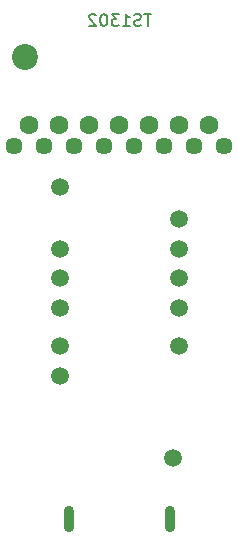
<source format=gbr>
%TF.GenerationSoftware,KiCad,Pcbnew,9.0.0+1*%
%TF.CreationDate,2025-04-22T18:14:48+02:00*%
%TF.ProjectId,ts13_dev_kit,74733133-5f64-4657-965f-6b69742e6b69,rev?*%
%TF.SameCoordinates,Original*%
%TF.FileFunction,Soldermask,Bot*%
%TF.FilePolarity,Negative*%
%FSLAX46Y46*%
G04 Gerber Fmt 4.6, Leading zero omitted, Abs format (unit mm)*
G04 Created by KiCad (PCBNEW 9.0.0+1) date 2025-04-22 18:14:48*
%MOMM*%
%LPD*%
G01*
G04 APERTURE LIST*
%ADD10C,0.150000*%
%ADD11O,0.850000X2.250000*%
%ADD12C,1.600000*%
%ADD13C,1.450000*%
%ADD14C,2.200000*%
%ADD15C,1.500000*%
G04 APERTURE END LIST*
D10*
X132666666Y-51869819D02*
X132095238Y-51869819D01*
X132380952Y-52869819D02*
X132380952Y-51869819D01*
X131809523Y-52822200D02*
X131666666Y-52869819D01*
X131666666Y-52869819D02*
X131428571Y-52869819D01*
X131428571Y-52869819D02*
X131333333Y-52822200D01*
X131333333Y-52822200D02*
X131285714Y-52774580D01*
X131285714Y-52774580D02*
X131238095Y-52679342D01*
X131238095Y-52679342D02*
X131238095Y-52584104D01*
X131238095Y-52584104D02*
X131285714Y-52488866D01*
X131285714Y-52488866D02*
X131333333Y-52441247D01*
X131333333Y-52441247D02*
X131428571Y-52393628D01*
X131428571Y-52393628D02*
X131619047Y-52346009D01*
X131619047Y-52346009D02*
X131714285Y-52298390D01*
X131714285Y-52298390D02*
X131761904Y-52250771D01*
X131761904Y-52250771D02*
X131809523Y-52155533D01*
X131809523Y-52155533D02*
X131809523Y-52060295D01*
X131809523Y-52060295D02*
X131761904Y-51965057D01*
X131761904Y-51965057D02*
X131714285Y-51917438D01*
X131714285Y-51917438D02*
X131619047Y-51869819D01*
X131619047Y-51869819D02*
X131380952Y-51869819D01*
X131380952Y-51869819D02*
X131238095Y-51917438D01*
X130285714Y-52869819D02*
X130857142Y-52869819D01*
X130571428Y-52869819D02*
X130571428Y-51869819D01*
X130571428Y-51869819D02*
X130666666Y-52012676D01*
X130666666Y-52012676D02*
X130761904Y-52107914D01*
X130761904Y-52107914D02*
X130857142Y-52155533D01*
X129952380Y-51869819D02*
X129333333Y-51869819D01*
X129333333Y-51869819D02*
X129666666Y-52250771D01*
X129666666Y-52250771D02*
X129523809Y-52250771D01*
X129523809Y-52250771D02*
X129428571Y-52298390D01*
X129428571Y-52298390D02*
X129380952Y-52346009D01*
X129380952Y-52346009D02*
X129333333Y-52441247D01*
X129333333Y-52441247D02*
X129333333Y-52679342D01*
X129333333Y-52679342D02*
X129380952Y-52774580D01*
X129380952Y-52774580D02*
X129428571Y-52822200D01*
X129428571Y-52822200D02*
X129523809Y-52869819D01*
X129523809Y-52869819D02*
X129809523Y-52869819D01*
X129809523Y-52869819D02*
X129904761Y-52822200D01*
X129904761Y-52822200D02*
X129952380Y-52774580D01*
X128714285Y-51869819D02*
X128619047Y-51869819D01*
X128619047Y-51869819D02*
X128523809Y-51917438D01*
X128523809Y-51917438D02*
X128476190Y-51965057D01*
X128476190Y-51965057D02*
X128428571Y-52060295D01*
X128428571Y-52060295D02*
X128380952Y-52250771D01*
X128380952Y-52250771D02*
X128380952Y-52488866D01*
X128380952Y-52488866D02*
X128428571Y-52679342D01*
X128428571Y-52679342D02*
X128476190Y-52774580D01*
X128476190Y-52774580D02*
X128523809Y-52822200D01*
X128523809Y-52822200D02*
X128619047Y-52869819D01*
X128619047Y-52869819D02*
X128714285Y-52869819D01*
X128714285Y-52869819D02*
X128809523Y-52822200D01*
X128809523Y-52822200D02*
X128857142Y-52774580D01*
X128857142Y-52774580D02*
X128904761Y-52679342D01*
X128904761Y-52679342D02*
X128952380Y-52488866D01*
X128952380Y-52488866D02*
X128952380Y-52250771D01*
X128952380Y-52250771D02*
X128904761Y-52060295D01*
X128904761Y-52060295D02*
X128857142Y-51965057D01*
X128857142Y-51965057D02*
X128809523Y-51917438D01*
X128809523Y-51917438D02*
X128714285Y-51869819D01*
X127999999Y-51965057D02*
X127952380Y-51917438D01*
X127952380Y-51917438D02*
X127857142Y-51869819D01*
X127857142Y-51869819D02*
X127619047Y-51869819D01*
X127619047Y-51869819D02*
X127523809Y-51917438D01*
X127523809Y-51917438D02*
X127476190Y-51965057D01*
X127476190Y-51965057D02*
X127428571Y-52060295D01*
X127428571Y-52060295D02*
X127428571Y-52155533D01*
X127428571Y-52155533D02*
X127476190Y-52298390D01*
X127476190Y-52298390D02*
X128047618Y-52869819D01*
X128047618Y-52869819D02*
X127428571Y-52869819D01*
D11*
%TO.C,J1*%
X125700000Y-94600000D03*
X134300000Y-94600000D03*
%TD*%
D12*
%TO.C,PAD3*%
X124900000Y-61250000D03*
%TD*%
D13*
%TO.C,H4*%
X136330000Y-63000000D03*
%TD*%
%TO.C,H1*%
X121090000Y-63000000D03*
%TD*%
D12*
%TO.C,PAD4*%
X135060000Y-61250000D03*
%TD*%
%TO.C,PAD6*%
X129980000Y-61250000D03*
%TD*%
%TO.C,PAD2*%
X137600000Y-61250000D03*
%TD*%
D13*
%TO.C,H6*%
X133790000Y-63000000D03*
%TD*%
%TO.C,H3*%
X126170000Y-63000000D03*
%TD*%
D12*
%TO.C,PAD1*%
X122360000Y-61250000D03*
%TD*%
D13*
%TO.C,H2*%
X123630000Y-63000000D03*
%TD*%
%TO.C,H5*%
X138870000Y-63000000D03*
%TD*%
D12*
%TO.C,PAD7*%
X127440000Y-61250000D03*
%TD*%
D13*
%TO.C,H8*%
X131250000Y-63000000D03*
%TD*%
D14*
%TO.C,H9*%
X122000000Y-55500000D03*
%TD*%
D12*
%TO.C,PAD5*%
X132520000Y-61250000D03*
%TD*%
D13*
%TO.C,H7*%
X128710000Y-63000000D03*
%TD*%
D15*
%TO.C,TP7*%
X125000000Y-74250000D03*
%TD*%
%TO.C,TP2*%
X135000000Y-76750000D03*
%TD*%
%TO.C,TP5*%
X135000000Y-71750000D03*
%TD*%
%TO.C,TP6*%
X135000000Y-69250000D03*
%TD*%
%TO.C,TP10*%
X125000000Y-66500000D03*
%TD*%
%TO.C,TP12*%
X125000000Y-80000000D03*
%TD*%
%TO.C,TP8*%
X125000000Y-76750000D03*
%TD*%
%TO.C,TP11*%
X125000000Y-82500000D03*
%TD*%
%TO.C,TP9*%
X125000000Y-71750000D03*
%TD*%
%TO.C,TP3*%
X134500000Y-89500000D03*
%TD*%
%TO.C,TP4*%
X135000000Y-74250000D03*
%TD*%
%TO.C,TP1*%
X135000000Y-80000000D03*
%TD*%
M02*

</source>
